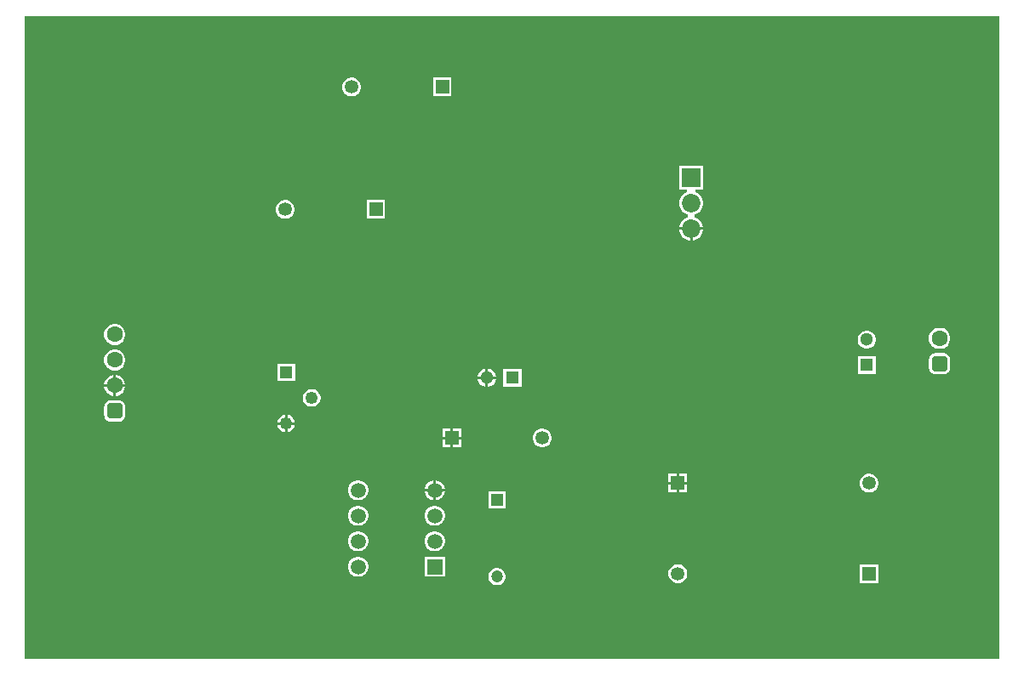
<source format=gbl>
G04*
G04 #@! TF.GenerationSoftware,Altium Limited,Altium Designer,26.1.1 (7)*
G04*
G04 Layer_Physical_Order=2*
G04 Layer_Color=16711680*
%FSLAX44Y44*%
%MOMM*%
G71*
G04*
G04 #@! TF.SameCoordinates,EF441179-3093-475D-96A6-CC9CF34828CB*
G04*
G04*
G04 #@! TF.FilePolarity,Positive*
G04*
G01*
G75*
%ADD16C,1.8500*%
%ADD20C,1.3000*%
%ADD25R,1.2000X1.2000*%
%ADD26R,1.3000X1.3000*%
%ADD27C,1.2000*%
%ADD28R,1.3000X1.3000*%
%ADD29R,1.8500X1.8500*%
%ADD32C,1.5000*%
%ADD33C,1.2500*%
%ADD34R,1.3500X1.3500*%
%ADD35R,1.3500X1.3500*%
%ADD36C,1.6000*%
%ADD37R,1.5000X1.5000*%
%ADD38R,1.2500X1.2500*%
G04:AMPARAMS|DCode=39|XSize=1.6mm|YSize=1.6mm|CornerRadius=0.4mm|HoleSize=0mm|Usage=FLASHONLY|Rotation=90.000|XOffset=0mm|YOffset=0mm|HoleType=Round|Shape=RoundedRectangle|*
%AMROUNDEDRECTD39*
21,1,1.6000,0.8000,0,0,90.0*
21,1,0.8000,1.6000,0,0,90.0*
1,1,0.8000,0.4000,0.4000*
1,1,0.8000,0.4000,-0.4000*
1,1,0.8000,-0.4000,-0.4000*
1,1,0.8000,-0.4000,0.4000*
%
%ADD39ROUNDEDRECTD39*%
%ADD40C,1.3500*%
G36*
X1590000Y430000D02*
X620000D01*
Y1070000D01*
X1590000D01*
Y430000D01*
D02*
G37*
%LPC*%
G36*
X1044890Y1008780D02*
X1026310D01*
Y990200D01*
X1044890D01*
Y1008780D01*
D02*
G37*
G36*
X946823D02*
X944377D01*
X942014Y1008147D01*
X939896Y1006924D01*
X938166Y1005194D01*
X936943Y1003076D01*
X936310Y1000713D01*
Y998267D01*
X936943Y995904D01*
X938166Y993786D01*
X939896Y992056D01*
X942014Y990833D01*
X944377Y990200D01*
X946823D01*
X949186Y990833D01*
X951304Y992056D01*
X953034Y993786D01*
X954257Y995904D01*
X954890Y998267D01*
Y1000713D01*
X954257Y1003076D01*
X953034Y1005194D01*
X951304Y1006924D01*
X949186Y1008147D01*
X946823Y1008780D01*
D02*
G37*
G36*
X978850Y886860D02*
X960270D01*
Y868280D01*
X978850D01*
Y886860D01*
D02*
G37*
G36*
X880783D02*
X878337D01*
X875974Y886227D01*
X873856Y885004D01*
X872126Y883274D01*
X870903Y881156D01*
X870270Y878793D01*
Y876347D01*
X870903Y873984D01*
X872126Y871866D01*
X873856Y870136D01*
X875974Y868913D01*
X878337Y868280D01*
X880783D01*
X883146Y868913D01*
X885264Y870136D01*
X886994Y871866D01*
X888217Y873984D01*
X888850Y876347D01*
Y878793D01*
X888217Y881156D01*
X886994Y883274D01*
X885264Y885004D01*
X883146Y886227D01*
X880783Y886860D01*
D02*
G37*
G36*
X1295060Y921110D02*
X1271480D01*
Y897530D01*
X1278696D01*
X1279031Y894990D01*
X1278719Y894906D01*
X1276031Y893354D01*
X1273836Y891159D01*
X1272283Y888471D01*
X1271480Y885472D01*
Y882368D01*
X1272283Y879369D01*
X1273836Y876681D01*
X1276031Y874486D01*
X1278719Y872934D01*
X1280207Y872535D01*
Y869905D01*
X1278719Y869507D01*
X1276031Y867954D01*
X1273836Y865759D01*
X1272283Y863071D01*
X1271480Y860072D01*
Y859790D01*
X1295060D01*
Y860072D01*
X1294256Y863071D01*
X1292704Y865759D01*
X1290509Y867954D01*
X1287821Y869507D01*
X1286333Y869905D01*
Y872535D01*
X1287821Y872934D01*
X1290509Y874486D01*
X1292704Y876681D01*
X1294256Y879369D01*
X1295060Y882368D01*
Y885472D01*
X1294256Y888471D01*
X1292704Y891159D01*
X1290509Y893354D01*
X1287821Y894906D01*
X1287509Y894990D01*
X1287844Y897530D01*
X1295060D01*
Y921110D01*
D02*
G37*
G36*
Y857250D02*
X1284540D01*
Y846730D01*
X1284822D01*
X1287821Y847533D01*
X1290509Y849086D01*
X1292704Y851281D01*
X1294256Y853969D01*
X1295060Y856968D01*
Y857250D01*
D02*
G37*
G36*
X1282000D02*
X1271480D01*
Y856968D01*
X1272283Y853969D01*
X1273836Y851281D01*
X1276031Y849086D01*
X1278719Y847533D01*
X1281718Y846730D01*
X1282000D01*
Y857250D01*
D02*
G37*
G36*
X711318Y763650D02*
X708542D01*
X705862Y762932D01*
X703458Y761544D01*
X701496Y759582D01*
X700108Y757178D01*
X699390Y754498D01*
Y751722D01*
X700108Y749042D01*
X701496Y746638D01*
X703458Y744676D01*
X705862Y743288D01*
X708542Y742570D01*
X711318D01*
X713998Y743288D01*
X716402Y744676D01*
X718364Y746638D01*
X719752Y749042D01*
X720470Y751722D01*
Y754498D01*
X719752Y757178D01*
X718364Y759582D01*
X716402Y761544D01*
X713998Y762932D01*
X711318Y763650D01*
D02*
G37*
G36*
X1459150Y757070D02*
X1456770D01*
X1454471Y756454D01*
X1452409Y755264D01*
X1450726Y753581D01*
X1449536Y751519D01*
X1448920Y749220D01*
Y746840D01*
X1449536Y744541D01*
X1450726Y742479D01*
X1452409Y740796D01*
X1454471Y739606D01*
X1456770Y738990D01*
X1459150D01*
X1461449Y739606D01*
X1463511Y740796D01*
X1465194Y742479D01*
X1466384Y744541D01*
X1467000Y746840D01*
Y749220D01*
X1466384Y751519D01*
X1465194Y753581D01*
X1463511Y755264D01*
X1461449Y756454D01*
X1459150Y757070D01*
D02*
G37*
G36*
X1531738Y759840D02*
X1528962D01*
X1526282Y759122D01*
X1523878Y757734D01*
X1521916Y755772D01*
X1520528Y753368D01*
X1519810Y750688D01*
Y747912D01*
X1520528Y745232D01*
X1521916Y742828D01*
X1523878Y740866D01*
X1526282Y739478D01*
X1528962Y738760D01*
X1531738D01*
X1534418Y739478D01*
X1536822Y740866D01*
X1538784Y742828D01*
X1540172Y745232D01*
X1540890Y747912D01*
Y750688D01*
X1540172Y753368D01*
X1538784Y755772D01*
X1536822Y757734D01*
X1534418Y759122D01*
X1531738Y759840D01*
D02*
G37*
G36*
X711318Y738250D02*
X708542D01*
X705862Y737532D01*
X703458Y736144D01*
X701496Y734182D01*
X700108Y731778D01*
X699390Y729098D01*
Y726322D01*
X700108Y723642D01*
X701496Y721238D01*
X703458Y719276D01*
X705862Y717888D01*
X708542Y717170D01*
X711318D01*
X713998Y717888D01*
X716402Y719276D01*
X718364Y721238D01*
X719752Y723642D01*
X720470Y726322D01*
Y729098D01*
X719752Y731778D01*
X718364Y734182D01*
X716402Y736144D01*
X713998Y737532D01*
X711318Y738250D01*
D02*
G37*
G36*
X1467000Y731670D02*
X1448920D01*
Y713590D01*
X1467000D01*
Y731670D01*
D02*
G37*
G36*
X1534350Y734496D02*
X1526350D01*
X1524643Y734272D01*
X1523052Y733613D01*
X1521686Y732564D01*
X1520637Y731198D01*
X1519978Y729607D01*
X1519754Y727900D01*
Y719900D01*
X1519978Y718193D01*
X1520637Y716602D01*
X1521686Y715236D01*
X1523052Y714187D01*
X1524643Y713528D01*
X1526350Y713304D01*
X1534350D01*
X1536057Y713528D01*
X1537648Y714187D01*
X1539014Y715236D01*
X1540063Y716602D01*
X1540722Y718193D01*
X1540946Y719900D01*
Y727900D01*
X1540722Y729607D01*
X1540063Y731198D01*
X1539014Y732564D01*
X1537648Y733613D01*
X1536057Y734272D01*
X1534350Y734496D01*
D02*
G37*
G36*
X1081270Y719019D02*
Y711270D01*
X1089019D01*
X1088424Y713489D01*
X1087234Y715551D01*
X1085551Y717234D01*
X1083489Y718424D01*
X1081270Y719019D01*
D02*
G37*
G36*
X1078730Y719019D02*
X1076511Y718424D01*
X1074449Y717234D01*
X1072766Y715551D01*
X1071576Y713489D01*
X1070981Y711270D01*
X1078730D01*
Y719019D01*
D02*
G37*
G36*
X889140Y724190D02*
X871560D01*
Y706610D01*
X889140D01*
Y724190D01*
D02*
G37*
G36*
X711318Y712850D02*
X711200D01*
Y703580D01*
X720470D01*
Y703698D01*
X719752Y706378D01*
X718364Y708782D01*
X716402Y710744D01*
X713998Y712132D01*
X711318Y712850D01*
D02*
G37*
G36*
X708660D02*
X708542D01*
X705862Y712132D01*
X703458Y710744D01*
X701496Y708782D01*
X700108Y706378D01*
X699390Y703698D01*
Y703580D01*
X708660D01*
Y712850D01*
D02*
G37*
G36*
X1078730Y708730D02*
X1070981D01*
X1071576Y706511D01*
X1072766Y704449D01*
X1074449Y702766D01*
X1076511Y701576D01*
X1078730Y700981D01*
Y708730D01*
D02*
G37*
G36*
X1089019D02*
X1081270D01*
Y700981D01*
X1083489Y701576D01*
X1085551Y702766D01*
X1087234Y704449D01*
X1088424Y706511D01*
X1089019Y708730D01*
D02*
G37*
G36*
X1114440Y719040D02*
X1096360D01*
Y700960D01*
X1114440D01*
Y719040D01*
D02*
G37*
G36*
X720470Y701040D02*
X711200D01*
Y691770D01*
X711318D01*
X713998Y692488D01*
X716402Y693876D01*
X718364Y695838D01*
X719752Y698242D01*
X720470Y700922D01*
Y701040D01*
D02*
G37*
G36*
X708660D02*
X699390D01*
Y700922D01*
X700108Y698242D01*
X701496Y695838D01*
X703458Y693876D01*
X705862Y692488D01*
X708542Y691770D01*
X708660D01*
Y701040D01*
D02*
G37*
G36*
X906907Y698790D02*
X904593D01*
X902357Y698191D01*
X900353Y697034D01*
X898716Y695397D01*
X897559Y693393D01*
X896960Y691157D01*
Y688843D01*
X897559Y686607D01*
X898716Y684603D01*
X900353Y682966D01*
X902357Y681809D01*
X904593Y681210D01*
X906907D01*
X909143Y681809D01*
X911147Y682966D01*
X912784Y684603D01*
X913941Y686607D01*
X914540Y688843D01*
Y691157D01*
X913941Y693393D01*
X912784Y695397D01*
X911147Y697034D01*
X909143Y698191D01*
X906907Y698790D01*
D02*
G37*
G36*
X713930Y687506D02*
X705930D01*
X704223Y687282D01*
X702632Y686623D01*
X701266Y685574D01*
X700217Y684208D01*
X699558Y682617D01*
X699334Y680910D01*
Y672910D01*
X699558Y671203D01*
X700217Y669612D01*
X701266Y668246D01*
X702632Y667197D01*
X704223Y666538D01*
X705930Y666314D01*
X713930D01*
X715637Y666538D01*
X717228Y667197D01*
X718594Y668246D01*
X719643Y669612D01*
X720302Y671203D01*
X720526Y672910D01*
Y680910D01*
X720302Y682617D01*
X719643Y684208D01*
X718594Y685574D01*
X717228Y686623D01*
X715637Y687282D01*
X713930Y687506D01*
D02*
G37*
G36*
X881620Y673360D02*
Y665870D01*
X889110D01*
X888541Y667993D01*
X887384Y669997D01*
X885747Y671634D01*
X883743Y672791D01*
X881620Y673360D01*
D02*
G37*
G36*
X879080Y673360D02*
X876957Y672791D01*
X874953Y671634D01*
X873316Y669997D01*
X872159Y667993D01*
X871590Y665870D01*
X879080D01*
Y673360D01*
D02*
G37*
G36*
Y663330D02*
X871590D01*
X872159Y661207D01*
X873316Y659203D01*
X874953Y657566D01*
X876957Y656409D01*
X879080Y655840D01*
Y663330D01*
D02*
G37*
G36*
X889110D02*
X881620D01*
Y655840D01*
X883743Y656409D01*
X885747Y657566D01*
X887384Y659203D01*
X888541Y661207D01*
X889110Y663330D01*
D02*
G37*
G36*
X1054290Y659290D02*
X1046270D01*
Y651270D01*
X1054290D01*
Y659290D01*
D02*
G37*
G36*
X1043730D02*
X1035710D01*
Y651270D01*
X1043730D01*
Y659290D01*
D02*
G37*
G36*
X1136223D02*
X1133777D01*
X1131414Y658657D01*
X1129296Y657434D01*
X1127566Y655704D01*
X1126343Y653586D01*
X1125710Y651223D01*
Y648777D01*
X1126343Y646414D01*
X1127566Y644296D01*
X1129296Y642566D01*
X1131414Y641343D01*
X1133777Y640710D01*
X1136223D01*
X1138586Y641343D01*
X1140704Y642566D01*
X1142434Y644296D01*
X1143657Y646414D01*
X1144290Y648777D01*
Y651223D01*
X1143657Y653586D01*
X1142434Y655704D01*
X1140704Y657434D01*
X1138586Y658657D01*
X1136223Y659290D01*
D02*
G37*
G36*
X1054290Y648730D02*
X1046270D01*
Y640710D01*
X1054290D01*
Y648730D01*
D02*
G37*
G36*
X1043730D02*
X1035710D01*
Y640710D01*
X1043730D01*
Y648730D01*
D02*
G37*
G36*
X1279290Y614290D02*
X1271270D01*
Y606270D01*
X1279290D01*
Y614290D01*
D02*
G37*
G36*
X1268730D02*
X1260710D01*
Y606270D01*
X1268730D01*
Y614290D01*
D02*
G37*
G36*
X1029422Y608140D02*
X1029370D01*
Y599370D01*
X1038140D01*
Y599422D01*
X1037456Y601975D01*
X1036134Y604265D01*
X1034265Y606134D01*
X1031975Y607456D01*
X1029422Y608140D01*
D02*
G37*
G36*
X1026830D02*
X1026778D01*
X1024225Y607456D01*
X1021935Y606134D01*
X1020066Y604265D01*
X1018744Y601975D01*
X1018060Y599422D01*
Y599370D01*
X1026830D01*
Y608140D01*
D02*
G37*
G36*
X1461223Y614290D02*
X1458777D01*
X1456414Y613657D01*
X1454296Y612434D01*
X1452566Y610704D01*
X1451343Y608586D01*
X1450710Y606223D01*
Y603777D01*
X1451343Y601414D01*
X1452566Y599296D01*
X1454296Y597566D01*
X1456414Y596343D01*
X1458777Y595710D01*
X1461223D01*
X1463586Y596343D01*
X1465704Y597566D01*
X1467434Y599296D01*
X1468657Y601414D01*
X1469290Y603777D01*
Y606223D01*
X1468657Y608586D01*
X1467434Y610704D01*
X1465704Y612434D01*
X1463586Y613657D01*
X1461223Y614290D01*
D02*
G37*
G36*
X1279290Y603730D02*
X1271270D01*
Y595710D01*
X1279290D01*
Y603730D01*
D02*
G37*
G36*
X1268730D02*
X1260710D01*
Y595710D01*
X1268730D01*
Y603730D01*
D02*
G37*
G36*
X1038140Y596830D02*
X1029370D01*
Y588060D01*
X1029422D01*
X1031975Y588744D01*
X1034265Y590066D01*
X1036134Y591935D01*
X1037456Y594225D01*
X1038140Y596778D01*
Y596830D01*
D02*
G37*
G36*
X1026830D02*
X1018060D01*
Y596778D01*
X1018744Y594225D01*
X1020066Y591935D01*
X1021935Y590066D01*
X1024225Y588744D01*
X1026778Y588060D01*
X1026830D01*
Y596830D01*
D02*
G37*
G36*
X953222Y608140D02*
X950578D01*
X948025Y607456D01*
X945735Y606134D01*
X943866Y604265D01*
X942544Y601975D01*
X941860Y599422D01*
Y596778D01*
X942544Y594225D01*
X943866Y591935D01*
X945735Y590066D01*
X948025Y588744D01*
X950578Y588060D01*
X953222D01*
X955775Y588744D01*
X958065Y590066D01*
X959934Y591935D01*
X961256Y594225D01*
X961940Y596778D01*
Y599422D01*
X961256Y601975D01*
X959934Y604265D01*
X958065Y606134D01*
X955775Y607456D01*
X953222Y608140D01*
D02*
G37*
G36*
X1098540Y596670D02*
X1081460D01*
Y579590D01*
X1098540D01*
Y596670D01*
D02*
G37*
G36*
X1029422Y582740D02*
X1026778D01*
X1024225Y582056D01*
X1021935Y580734D01*
X1020066Y578865D01*
X1018744Y576575D01*
X1018060Y574022D01*
Y571378D01*
X1018744Y568825D01*
X1020066Y566535D01*
X1021935Y564666D01*
X1024225Y563344D01*
X1026778Y562660D01*
X1029422D01*
X1031975Y563344D01*
X1034265Y564666D01*
X1036134Y566535D01*
X1037456Y568825D01*
X1038140Y571378D01*
Y574022D01*
X1037456Y576575D01*
X1036134Y578865D01*
X1034265Y580734D01*
X1031975Y582056D01*
X1029422Y582740D01*
D02*
G37*
G36*
X953222D02*
X950578D01*
X948025Y582056D01*
X945735Y580734D01*
X943866Y578865D01*
X942544Y576575D01*
X941860Y574022D01*
Y571378D01*
X942544Y568825D01*
X943866Y566535D01*
X945735Y564666D01*
X948025Y563344D01*
X950578Y562660D01*
X953222D01*
X955775Y563344D01*
X958065Y564666D01*
X959934Y566535D01*
X961256Y568825D01*
X961940Y571378D01*
Y574022D01*
X961256Y576575D01*
X959934Y578865D01*
X958065Y580734D01*
X955775Y582056D01*
X953222Y582740D01*
D02*
G37*
G36*
X1029422Y557340D02*
X1026778D01*
X1024225Y556656D01*
X1021935Y555334D01*
X1020066Y553465D01*
X1018744Y551175D01*
X1018060Y548622D01*
Y545978D01*
X1018744Y543425D01*
X1020066Y541135D01*
X1021935Y539266D01*
X1024225Y537944D01*
X1026778Y537260D01*
X1029422D01*
X1031975Y537944D01*
X1034265Y539266D01*
X1036134Y541135D01*
X1037456Y543425D01*
X1038140Y545978D01*
Y548622D01*
X1037456Y551175D01*
X1036134Y553465D01*
X1034265Y555334D01*
X1031975Y556656D01*
X1029422Y557340D01*
D02*
G37*
G36*
X953222D02*
X950578D01*
X948025Y556656D01*
X945735Y555334D01*
X943866Y553465D01*
X942544Y551175D01*
X941860Y548622D01*
Y545978D01*
X942544Y543425D01*
X943866Y541135D01*
X945735Y539266D01*
X948025Y537944D01*
X950578Y537260D01*
X953222D01*
X955775Y537944D01*
X958065Y539266D01*
X959934Y541135D01*
X961256Y543425D01*
X961940Y545978D01*
Y548622D01*
X961256Y551175D01*
X959934Y553465D01*
X958065Y555334D01*
X955775Y556656D01*
X953222Y557340D01*
D02*
G37*
G36*
X1038140Y531940D02*
X1018060D01*
Y511860D01*
X1038140D01*
Y531940D01*
D02*
G37*
G36*
X953222D02*
X950578D01*
X948025Y531256D01*
X945735Y529934D01*
X943866Y528065D01*
X942544Y525775D01*
X941860Y523222D01*
Y520578D01*
X942544Y518025D01*
X943866Y515735D01*
X945735Y513866D01*
X948025Y512544D01*
X950578Y511860D01*
X953222D01*
X955775Y512544D01*
X958065Y513866D01*
X959934Y515735D01*
X961256Y518025D01*
X961940Y520578D01*
Y523222D01*
X961256Y525775D01*
X959934Y528065D01*
X958065Y529934D01*
X955775Y531256D01*
X953222Y531940D01*
D02*
G37*
G36*
X1469290Y524290D02*
X1450710D01*
Y505710D01*
X1469290D01*
Y524290D01*
D02*
G37*
G36*
X1271223D02*
X1268777D01*
X1266414Y523657D01*
X1264296Y522434D01*
X1262566Y520704D01*
X1261343Y518586D01*
X1260710Y516223D01*
Y513777D01*
X1261343Y511414D01*
X1262566Y509296D01*
X1264296Y507566D01*
X1266414Y506343D01*
X1268777Y505710D01*
X1271223D01*
X1273586Y506343D01*
X1275704Y507566D01*
X1277434Y509296D01*
X1278657Y511414D01*
X1279290Y513777D01*
Y516223D01*
X1278657Y518586D01*
X1277434Y520704D01*
X1275704Y522434D01*
X1273586Y523657D01*
X1271223Y524290D01*
D02*
G37*
G36*
X1091124Y520410D02*
X1088876D01*
X1086704Y519828D01*
X1084756Y518704D01*
X1083166Y517114D01*
X1082042Y515166D01*
X1081460Y512994D01*
Y510746D01*
X1082042Y508574D01*
X1083166Y506626D01*
X1084756Y505036D01*
X1086704Y503912D01*
X1088876Y503330D01*
X1091124D01*
X1093296Y503912D01*
X1095244Y505036D01*
X1096834Y506626D01*
X1097958Y508574D01*
X1098540Y510746D01*
Y512994D01*
X1097958Y515166D01*
X1096834Y517114D01*
X1095244Y518704D01*
X1093296Y519828D01*
X1091124Y520410D01*
D02*
G37*
%LPD*%
D16*
X1283270Y858520D02*
D03*
Y883920D02*
D03*
D20*
X1080000Y710000D02*
D03*
X1457960Y748030D02*
D03*
D25*
X1090000Y588130D02*
D03*
D26*
X1105400Y710000D02*
D03*
D27*
X1090000Y511870D02*
D03*
D28*
X1457960Y722630D02*
D03*
D29*
X1283270Y909320D02*
D03*
D32*
X1028100Y598100D02*
D03*
X951900D02*
D03*
Y572700D02*
D03*
Y547300D02*
D03*
Y521900D02*
D03*
X1028100Y572700D02*
D03*
Y547300D02*
D03*
D33*
X880350Y664600D02*
D03*
X905750Y690000D02*
D03*
D34*
X1045000Y650000D02*
D03*
X969560Y877570D02*
D03*
X1035600Y999490D02*
D03*
D35*
X1270000Y605000D02*
D03*
X1460000Y515000D02*
D03*
D36*
X709930Y702310D02*
D03*
X1530350Y749300D02*
D03*
X709930Y753110D02*
D03*
Y727710D02*
D03*
D37*
X1028100Y521900D02*
D03*
D38*
X880350Y715400D02*
D03*
D39*
X709930Y676910D02*
D03*
X1530350Y723900D02*
D03*
D40*
X1135000Y650000D02*
D03*
X1270000Y515000D02*
D03*
X945600Y999490D02*
D03*
X1460000Y605000D02*
D03*
X879560Y877570D02*
D03*
M02*

</source>
